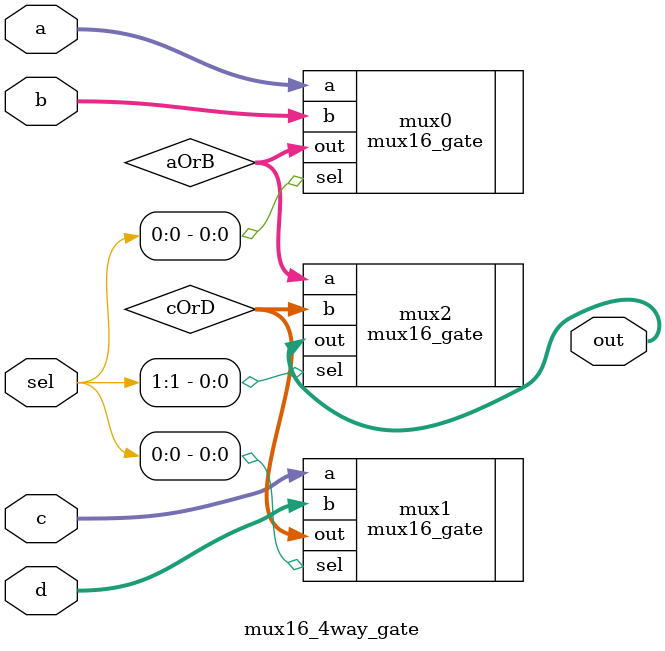
<source format=v>
`include "src/Week1/mux16_gate.v"

`ifndef MUX16_4WAY_GATE_V
`define MUX16_4WAY_GATE_V
module mux16_4way_gate(
    output wire [15:0] out,
    input wire [15:0] a,
    input wire [15:0] b,
    input wire [15:0] c,
    input wire [15:0] d,
    input wire [1:0] sel
);
    // Simple 4-way 16-bit multiplexer
    // assign out = (sel == 2'b00) ? a : 
    //              (sel == 2'b01) ? b : 
    //              (sel == 2'b10) ? c : 
    //              (sel == 2'b11) ? d : 16'b0; // Default value (0)

    // 0 == a, 1 == b
    wire [15:0] aOrB;
    mux16_gate mux0(
        .out(aOrB),
        .a(a),
        .b(b),
        .sel(sel[0])
    );

    // 0 == c, 1 == d
    wire [15:0] cOrD;
    mux16_gate mux1(
        .out(cOrD),
        .a(c),
        .b(d),
        .sel(sel[0])
    );

    // sel[1] selects between aOrB and cOrD
    mux16_gate mux2(
        .out(out),
        .a(aOrB),
        .b(cOrD),
        .sel(sel[1])
    );
endmodule
`endif
</source>
